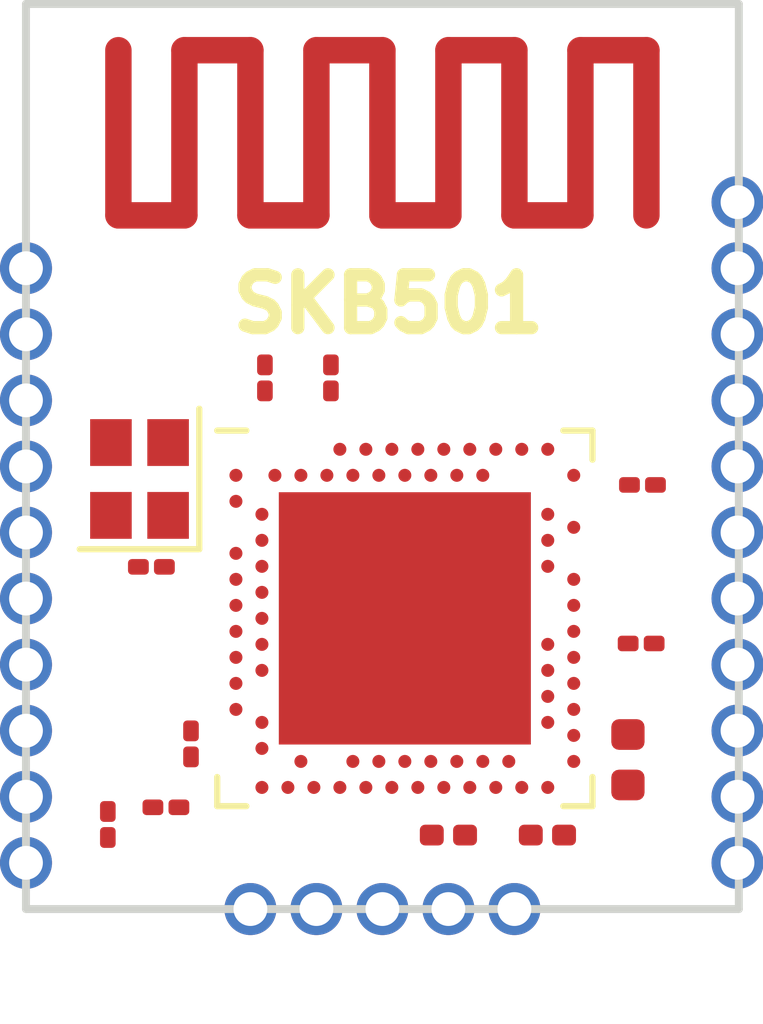
<source format=kicad_pcb>
(kicad_pcb (version 20171130) (host pcbnew 5.1.5-52549c5~84~ubuntu18.04.1)

  (general
    (thickness 1.6)
    (drawings 5)
    (tracks 17)
    (zones 0)
    (modules 16)
    (nets 1)
  )

  (page USLetter)
  (title_block
    (title "Project Title")
  )

  (layers
    (0 F.Cu signal)
    (31 B.Cu signal)
    (34 B.Paste user)
    (35 F.Paste user)
    (36 B.SilkS user)
    (37 F.SilkS user)
    (38 B.Mask user)
    (39 F.Mask user)
    (40 Dwgs.User user)
    (44 Edge.Cuts user)
    (46 B.CrtYd user)
    (47 F.CrtYd user)
    (48 B.Fab user)
    (49 F.Fab user)
  )

  (setup
    (last_trace_width 0.254)
    (user_trace_width 0.1524)
    (user_trace_width 0.254)
    (user_trace_width 0.3302)
    (user_trace_width 0.508)
    (user_trace_width 0.762)
    (user_trace_width 1.27)
    (trace_clearance 0.254)
    (zone_clearance 0.508)
    (zone_45_only no)
    (trace_min 0.1524)
    (via_size 0.6858)
    (via_drill 0.3302)
    (via_min_size 0.6858)
    (via_min_drill 0.3302)
    (user_via 0.6858 0.3302)
    (user_via 0.762 0.4064)
    (user_via 0.8636 0.508)
    (uvia_size 0.6858)
    (uvia_drill 0.3302)
    (uvias_allowed no)
    (uvia_min_size 0)
    (uvia_min_drill 0)
    (edge_width 0.1524)
    (segment_width 0.1524)
    (pcb_text_width 0.1524)
    (pcb_text_size 1.016 1.016)
    (mod_edge_width 0.1524)
    (mod_text_size 1.016 1.016)
    (mod_text_width 0.1524)
    (pad_size 1.524 1.524)
    (pad_drill 0.762)
    (pad_to_mask_clearance 0.0762)
    (solder_mask_min_width 0.1016)
    (pad_to_paste_clearance -0.0762)
    (aux_axis_origin 0 0)
    (visible_elements FFFEDF7D)
    (pcbplotparams
      (layerselection 0x310fc_80000001)
      (usegerberextensions true)
      (usegerberattributes false)
      (usegerberadvancedattributes false)
      (creategerberjobfile false)
      (excludeedgelayer true)
      (linewidth 0.100000)
      (plotframeref false)
      (viasonmask false)
      (mode 1)
      (useauxorigin false)
      (hpglpennumber 1)
      (hpglpenspeed 20)
      (hpglpendiameter 15.000000)
      (psnegative false)
      (psa4output false)
      (plotreference true)
      (plotvalue true)
      (plotinvisibletext false)
      (padsonsilk false)
      (subtractmaskfromsilk false)
      (outputformat 1)
      (mirror false)
      (drillshape 0)
      (scaleselection 1)
      (outputdirectory "gerbers"))
  )

  (net 0 "")

  (net_class Default "This is the default net class."
    (clearance 0.254)
    (trace_width 0.254)
    (via_dia 0.6858)
    (via_drill 0.3302)
    (uvia_dia 0.6858)
    (uvia_drill 0.3302)
  )

  (module Nordic_Module_SKB501:PinHeader_1x05_P1.27mm_Vertical (layer F.Cu) (tedit 5E1650B9) (tstamp 5E169A9B)
    (at 140.97 95.885 90)
    (descr "Through hole straight pin header, 1x05, 1.27mm pitch, single row")
    (tags "Through hole pin header THT 1x05 1.27mm single row")
    (fp_text reference REF** (at 0 -1.695 90) (layer F.Fab) hide
      (effects (font (size 1 1) (thickness 0.15)))
    )
    (fp_text value PinHeader_1x05_P1.27 (at 0.0762 9.1186 90) (layer F.Fab) hide
      (effects (font (size 1 1) (thickness 0.15)))
    )
    (fp_text user %R (at 0.0508 -1.7018 270) (layer F.Fab)
      (effects (font (size 1 1) (thickness 0.15)))
    )
    (pad 1 thru_hole circle (at 0 0 90) (size 1 1) (drill 0.65) (layers *.Cu *.Mask))
    (pad 2 thru_hole oval (at 0 1.27 90) (size 1 1) (drill 0.65) (layers *.Cu *.Mask))
    (pad 3 thru_hole oval (at 0 2.54 90) (size 1 1) (drill 0.65) (layers *.Cu *.Mask))
    (pad 4 thru_hole oval (at 0 3.81 90) (size 1 1) (drill 0.65) (layers *.Cu *.Mask))
    (pad 5 thru_hole oval (at 0 5.08 90) (size 1 1) (drill 0.65) (layers *.Cu *.Mask))
  )

  (module Nordic_Module_SKB501:PinHeader_1x11_P1.27mm_Vertical (layer F.Cu) (tedit 5E1650D6) (tstamp 5E16B3BD)
    (at 150.3426 82.296)
    (descr "Through hole straight pin header, 1x11, 1.27mm pitch, single row")
    (tags "Through hole pin header THT 1x11 1.27mm single row")
    (fp_text reference REF** (at 0 -1.695) (layer F.Fab) hide
      (effects (font (size 1 1) (thickness 0.15)))
    )
    (fp_text value 1x11 (at 0 14.395) (layer F.Fab) hide
      (effects (font (size 1 1) (thickness 0.15)))
    )
    (fp_text user %R (at 0 -1.7018 180) (layer F.Fab) hide
      (effects (font (size 1 1) (thickness 0.15)))
    )
    (pad 1 thru_hole circle (at 0 0) (size 1 1) (drill 0.65) (layers *.Cu *.Mask))
    (pad 2 thru_hole oval (at 0 1.27) (size 1 1) (drill 0.65) (layers *.Cu *.Mask))
    (pad 3 thru_hole oval (at 0 2.54) (size 1 1) (drill 0.65) (layers *.Cu *.Mask))
    (pad 4 thru_hole oval (at 0 3.81) (size 1 1) (drill 0.65) (layers *.Cu *.Mask))
    (pad 5 thru_hole oval (at 0 5.08) (size 1 1) (drill 0.65) (layers *.Cu *.Mask))
    (pad 6 thru_hole oval (at 0 6.35) (size 1 1) (drill 0.65) (layers *.Cu *.Mask))
    (pad 7 thru_hole oval (at 0 7.62) (size 1 1) (drill 0.65) (layers *.Cu *.Mask))
    (pad 8 thru_hole oval (at 0 8.89) (size 1 1) (drill 0.65) (layers *.Cu *.Mask))
    (pad 9 thru_hole oval (at 0 10.16) (size 1 1) (drill 0.65) (layers *.Cu *.Mask))
    (pad 10 thru_hole oval (at 0 11.43) (size 1 1) (drill 0.65) (layers *.Cu *.Mask))
    (pad 11 thru_hole oval (at 0 12.7) (size 1 1) (drill 0.65) (layers *.Cu *.Mask))
  )

  (module Nordic_Module_SKB501:PinHeader_1x10_P1.27mm_Vertical (layer F.Cu) (tedit 5E1650CB) (tstamp 5E16B234)
    (at 136.652 83.566)
    (descr "Through hole straight pin header, 1x10, 1.27mm pitch, single row")
    (tags "Through hole pin header THT 1x10 1.27mm single row")
    (fp_text reference REF** (at 0 -1.695) (layer F.Fab) hide
      (effects (font (size 1 1) (thickness 0.15)))
    )
    (fp_text value 1x10 (at 0 13.125) (layer F.Fab) hide
      (effects (font (size 1 1) (thickness 0.15)))
    )
    (fp_text user %R (at 0 5.715 90) (layer F.Fab) hide
      (effects (font (size 1 1) (thickness 0.15)))
    )
    (pad 1 thru_hole circle (at 0 0) (size 1 1) (drill 0.65) (layers *.Cu *.Mask))
    (pad 2 thru_hole oval (at 0 1.27) (size 1 1) (drill 0.65) (layers *.Cu *.Mask))
    (pad 3 thru_hole oval (at 0 2.54) (size 1 1) (drill 0.65) (layers *.Cu *.Mask))
    (pad 4 thru_hole oval (at 0 3.81) (size 1 1) (drill 0.65) (layers *.Cu *.Mask))
    (pad 5 thru_hole oval (at 0 5.08) (size 1 1) (drill 0.65) (layers *.Cu *.Mask))
    (pad 6 thru_hole oval (at 0 6.35) (size 1 1) (drill 0.65) (layers *.Cu *.Mask))
    (pad 7 thru_hole oval (at 0 7.62) (size 1 1) (drill 0.65) (layers *.Cu *.Mask))
    (pad 8 thru_hole oval (at 0 8.89) (size 1 1) (drill 0.65) (layers *.Cu *.Mask))
    (pad 9 thru_hole oval (at 0 10.16) (size 1 1) (drill 0.65) (layers *.Cu *.Mask))
    (pad 10 thru_hole oval (at 0 11.43) (size 1 1) (drill 0.65) (layers *.Cu *.Mask))
  )

  (module Capacitor_SMD:C_01005_0402Metric (layer F.Cu) (tedit 5B301BBE) (tstamp 5E16BA77)
    (at 139.3444 93.9292 180)
    (descr "Capacitor SMD 01005 (0402 Metric), square (rectangular) end terminal, IPC_7351 nominal, (Body size source: http://www.vishay.com/docs/20056/crcw01005e3.pdf), generated with kicad-footprint-generator")
    (tags capacitor)
    (attr smd)
    (fp_text reference REF** (at 0 -1) (layer F.Fab) hide
      (effects (font (size 1 1) (thickness 0.15)))
    )
    (fp_text value C_01005_0402Metric (at 0.2 -0.1) (layer F.Fab) hide
      (effects (font (size 1 1) (thickness 0.15)))
    )
    (fp_text user %R (at 0 -0.62) (layer F.Fab)
      (effects (font (size 0.25 0.25) (thickness 0.04)))
    )
    (fp_line (start 0.6 0.3) (end -0.6 0.3) (layer F.CrtYd) (width 0.05))
    (fp_line (start 0.6 -0.3) (end 0.6 0.3) (layer F.CrtYd) (width 0.05))
    (fp_line (start -0.6 -0.3) (end 0.6 -0.3) (layer F.CrtYd) (width 0.05))
    (fp_line (start -0.6 0.3) (end -0.6 -0.3) (layer F.CrtYd) (width 0.05))
    (fp_line (start 0.2 0.1) (end -0.2 0.1) (layer F.Fab) (width 0.1))
    (fp_line (start 0.2 -0.1) (end 0.2 0.1) (layer F.Fab) (width 0.1))
    (fp_line (start -0.2 -0.1) (end 0.2 -0.1) (layer F.Fab) (width 0.1))
    (fp_line (start -0.2 0.1) (end -0.2 -0.1) (layer F.Fab) (width 0.1))
    (pad 2 smd roundrect (at 0.25 0 180) (size 0.4 0.3) (layers F.Cu F.Mask) (roundrect_rratio 0.25))
    (pad 1 smd roundrect (at -0.25 0 180) (size 0.4 0.3) (layers F.Cu F.Mask) (roundrect_rratio 0.25))
    (pad "" smd roundrect (at 0.275 0 180) (size 0.27 0.27) (layers F.Paste) (roundrect_rratio 0.25))
    (pad "" smd roundrect (at -0.275 0 180) (size 0.27 0.27) (layers F.Paste) (roundrect_rratio 0.25))
    (model ${KISYS3DMOD}/Capacitor_SMD.3dshapes/C_01005_0402Metric.wrl
      (at (xyz 0 0 0))
      (scale (xyz 1 1 1))
      (rotate (xyz 0 0 0))
    )
  )

  (module Nordic_Module_SKB501:Crystal_SMD_2016-4Pin_2.0x1.6mm (layer F.Cu) (tedit 5E163D2C) (tstamp 5E16A125)
    (at 138.8364 87.6173 90)
    (descr "SMD Crystal SERIES SMD2016/4 http://www.q-crystal.com/upload/5/2015552223166229.pdf, 2.0x1.6mm^2 package")
    (tags "SMD SMT crystal")
    (attr smd)
    (fp_text reference REF** (at 0 -2 90) (layer F.Fab) hide
      (effects (font (size 1 1) (thickness 0.15)))
    )
    (fp_text value Crystal_SMD_2016-4Pin_2.0x1.6mm (at 0 2 90) (layer F.Fab) hide
      (effects (font (size 1 1) (thickness 0.15)))
    )
    (fp_text user %R (at 0 0 90) (layer F.Fab)
      (effects (font (size 0.5 0.5) (thickness 0.075)))
    )
    (fp_line (start -0.9 -0.8) (end 0.9 -0.8) (layer F.Fab) (width 0.1))
    (fp_line (start 0.9 -0.8) (end 1 -0.7) (layer F.Fab) (width 0.1))
    (fp_line (start 1 -0.7) (end 1 0.7) (layer F.Fab) (width 0.1))
    (fp_line (start 1 0.7) (end 0.9 0.8) (layer F.Fab) (width 0.1))
    (fp_line (start 0.9 0.8) (end -0.9 0.8) (layer F.Fab) (width 0.1))
    (fp_line (start -0.9 0.8) (end -1 0.7) (layer F.Fab) (width 0.1))
    (fp_line (start -1 0.7) (end -1 -0.7) (layer F.Fab) (width 0.1))
    (fp_line (start -1 -0.7) (end -0.9 -0.8) (layer F.Fab) (width 0.1))
    (fp_line (start -1 0.3) (end -0.5 0.8) (layer F.Fab) (width 0.1))
    (fp_line (start -1.35 -1.15) (end -1.35 1.15) (layer F.SilkS) (width 0.12))
    (fp_line (start -1.35 1.15) (end 1.35 1.15) (layer F.SilkS) (width 0.12))
    (fp_line (start -1.4 -1.3) (end -1.4 1.3) (layer F.CrtYd) (width 0.05))
    (fp_line (start -1.4 1.3) (end 1.4 1.3) (layer F.CrtYd) (width 0.05))
    (fp_line (start 1.4 1.3) (end 1.4 -1.3) (layer F.CrtYd) (width 0.05))
    (fp_line (start 1.4 -1.3) (end -1.4 -1.3) (layer F.CrtYd) (width 0.05))
    (pad 1 smd rect (at -0.7 0.55 90) (size 0.9 0.8) (layers F.Cu F.Paste F.Mask))
    (pad 2 smd rect (at 0.7 0.55 90) (size 0.9 0.8) (layers F.Cu F.Paste F.Mask))
    (pad 3 smd rect (at 0.7 -0.55 90) (size 0.9 0.8) (layers F.Cu F.Paste F.Mask))
    (pad 4 smd rect (at -0.7 -0.55 90) (size 0.9 0.8) (layers F.Cu F.Paste F.Mask))
    (model ${KISYS3DMOD}/Crystal.3dshapes/Crystal_SMD_EuroQuartz_MT-4Pin_3.2x2.5mm_HandSoldering.wrl
      (at (xyz 0 0 0))
      (scale (xyz 0.8 0.8 1))
      (rotate (xyz 0 0 0))
    )
  )

  (module Nordic_Module_SKB501:Nordic_AQFN-73-1EP_7x7mm_P0.5mm (layer F.Cu) (tedit 5A55E2FA) (tstamp 5E16CDAD)
    (at 143.9418 90.297)
    (descr http://infocenter.nordicsemi.com/index.jsp?topic=%2Fcom.nordic.infocenter.nrf52%2Fdita%2Fnrf52%2Fchips%2Fnrf52840.html)
    (tags "AQFN 7mm ")
    (attr smd)
    (fp_text reference REF** (at 0 -4.5) (layer F.Fab) hide
      (effects (font (size 1 1) (thickness 0.15)))
    )
    (fp_text value Nordic_AQFN-73-1EP_7x7mm_P0.5mm (at 0 12.7) (layer F.Fab) hide
      (effects (font (size 1 1) (thickness 0.15)))
    )
    (fp_text user %R (at 0 0) (layer F.Fab)
      (effects (font (size 1 1) (thickness 0.15)))
    )
    (fp_line (start 3.81 -3.81) (end 3.81 3.81) (layer F.CrtYd) (width 0.05))
    (fp_line (start 3.81 3.81) (end -3.81 3.81) (layer F.CrtYd) (width 0.05))
    (fp_line (start -3.81 3.81) (end -3.81 -3.81) (layer F.CrtYd) (width 0.05))
    (fp_line (start -3.81 -3.81) (end 3.81 -3.81) (layer F.CrtYd) (width 0.05))
    (fp_line (start -3.61 -3.61) (end -3.05 -3.61) (layer F.SilkS) (width 0.12))
    (fp_line (start -3.61 3.61) (end -3.61 3.05) (layer F.SilkS) (width 0.12))
    (fp_line (start -3.61 3.61) (end -3.05 3.61) (layer F.SilkS) (width 0.12))
    (fp_line (start 3.61 3.61) (end 3.05 3.61) (layer F.SilkS) (width 0.12))
    (fp_line (start 3.61 3.61) (end 3.61 3.05) (layer F.SilkS) (width 0.12))
    (fp_line (start 3.61 -3.61) (end 3.61 -3.05) (layer F.SilkS) (width 0.12))
    (fp_line (start 3.61 -3.61) (end 3.05 -3.61) (layer F.SilkS) (width 0.12))
    (fp_line (start -3.5 -3) (end -3 -3.5) (layer F.Fab) (width 0.1))
    (fp_line (start 3.5 -3.5) (end 3.5 3.5) (layer F.Fab) (width 0.1))
    (fp_line (start -3.5 3.5) (end 3.5 3.5) (layer F.Fab) (width 0.1))
    (fp_line (start -3.5 -3) (end -3.5 3.5) (layer F.Fab) (width 0.1))
    (fp_line (start -3 -3.5) (end 3.5 -3.5) (layer F.Fab) (width 0.1))
    (pad "" smd rect (at 1.2125 1.2125 180) (size 2 2) (layers F.Paste))
    (pad "" smd rect (at -1.2125 1.2125 180) (size 2 2) (layers F.Paste))
    (pad "" smd rect (at 1.2125 -1.2125 180) (size 2 2) (layers F.Paste))
    (pad "" smd rect (at -1.2125 -1.2125 180) (size 2 2) (layers F.Paste))
    (pad EP smd rect (at 0 0 180) (size 4.85 4.85) (layers F.Cu F.Mask))
    (pad B24 smd circle (at 3.25 -2.75 180) (size 0.25 0.25) (layers F.Cu F.Paste F.Mask))
    (pad D23 smd circle (at 2.75 -2 180) (size 0.25 0.25) (layers F.Cu F.Paste F.Mask))
    (pad A8 smd circle (at -1.25 -3.25 180) (size 0.25 0.25) (layers F.Cu F.Paste F.Mask))
    (pad B3 smd circle (at -2.5 -2.75 180) (size 0.25 0.25) (layers F.Cu F.Paste F.Mask))
    (pad AC21 smd circle (at 2 2.75 180) (size 0.25 0.25) (layers F.Cu F.Paste F.Mask))
    (pad AD23 smd circle (at 2.75 3.25 180) (size 0.25 0.25) (layers F.Cu F.Paste F.Mask))
    (pad AD2 smd circle (at -2.75 3.25 180) (size 0.25 0.25) (layers F.Cu F.Paste F.Mask))
    (pad AB2 smd circle (at -2.75 2.5 180) (size 0.25 0.25) (layers F.Cu F.Paste F.Mask))
    (pad Y2 smd circle (at -2.75 2 180) (size 0.25 0.25) (layers F.Cu F.Paste F.Mask))
    (pad W1 smd circle (at -3.25 1.75 180) (size 0.25 0.25) (layers F.Cu F.Paste F.Mask))
    (pad U1 smd circle (at -3.25 1.25 180) (size 0.25 0.25) (layers F.Cu F.Paste F.Mask))
    (pad R1 smd circle (at -3.25 0.75 180) (size 0.25 0.25) (layers F.Cu F.Paste F.Mask))
    (pad N1 smd circle (at -3.25 0.25 180) (size 0.25 0.25) (layers F.Cu F.Paste F.Mask))
    (pad L1 smd circle (at -3.25 -0.25 180) (size 0.25 0.25) (layers F.Cu F.Paste F.Mask))
    (pad J1 smd circle (at -3.25 -0.75 180) (size 0.25 0.25) (layers F.Cu F.Paste F.Mask))
    (pad G1 smd circle (at -3.25 -1.25 180) (size 0.25 0.25) (layers F.Cu F.Paste F.Mask))
    (pad T2 smd circle (at -2.75 1 180) (size 0.25 0.25) (layers F.Cu F.Paste F.Mask))
    (pad P2 smd circle (at -2.75 0.5 180) (size 0.25 0.25) (layers F.Cu F.Paste F.Mask))
    (pad M2 smd circle (at -2.75 0 180) (size 0.25 0.25) (layers F.Cu F.Paste F.Mask))
    (pad K2 smd circle (at -2.75 -0.5 180) (size 0.25 0.25) (layers F.Cu F.Paste F.Mask))
    (pad H2 smd circle (at -2.75 -1 180) (size 0.25 0.25) (layers F.Cu F.Paste F.Mask))
    (pad F2 smd circle (at -2.75 -1.5 180) (size 0.25 0.25) (layers F.Cu F.Paste F.Mask))
    (pad C1 smd circle (at -3.25 -2.25 180) (size 0.25 0.25) (layers F.Cu F.Paste F.Mask))
    (pad D2 smd circle (at -2.75 -2 180) (size 0.25 0.25) (layers F.Cu F.Paste F.Mask))
    (pad B1 smd circle (at -3.25 -2.75 180) (size 0.25 0.25) (layers F.Cu F.Paste F.Mask))
    (pad AD4 smd circle (at -2.25 3.25 180) (size 0.25 0.25) (layers F.Cu F.Paste F.Mask))
    (pad AD6 smd circle (at -1.75 3.25 180) (size 0.25 0.25) (layers F.Cu F.Paste F.Mask))
    (pad AD8 smd circle (at -1.25 3.25 180) (size 0.25 0.25) (layers F.Cu F.Paste F.Mask))
    (pad AD10 smd circle (at -0.75 3.25 180) (size 0.25 0.25) (layers F.Cu F.Paste F.Mask))
    (pad AD12 smd circle (at -0.25 3.25 180) (size 0.25 0.25) (layers F.Cu F.Paste F.Mask))
    (pad AD14 smd circle (at 0.25 3.25 180) (size 0.25 0.25) (layers F.Cu F.Paste F.Mask))
    (pad AD16 smd circle (at 0.75 3.25 180) (size 0.25 0.25) (layers F.Cu F.Paste F.Mask))
    (pad AD18 smd circle (at 1.25 3.25 180) (size 0.25 0.25) (layers F.Cu F.Paste F.Mask))
    (pad AD20 smd circle (at 1.75 3.25 180) (size 0.25 0.25) (layers F.Cu F.Paste F.Mask))
    (pad AD22 smd circle (at 2.25 3.25 180) (size 0.25 0.25) (layers F.Cu F.Paste F.Mask))
    (pad AC19 smd circle (at 1.5 2.75 180) (size 0.25 0.25) (layers F.Cu F.Paste F.Mask))
    (pad AC17 smd circle (at 1 2.75 180) (size 0.25 0.25) (layers F.Cu F.Paste F.Mask))
    (pad AC15 smd circle (at 0.5 2.75 180) (size 0.25 0.25) (layers F.Cu F.Paste F.Mask))
    (pad AC13 smd circle (at 0 2.75 180) (size 0.25 0.25) (layers F.Cu F.Paste F.Mask))
    (pad AC11 smd circle (at -0.5 2.75 180) (size 0.25 0.25) (layers F.Cu F.Paste F.Mask))
    (pad AC9 smd circle (at -1 2.75 180) (size 0.25 0.25) (layers F.Cu F.Paste F.Mask))
    (pad AC5 smd circle (at -2 2.75 180) (size 0.25 0.25) (layers F.Cu F.Paste F.Mask))
    (pad B5 smd circle (at -2 -2.75 180) (size 0.25 0.25) (layers F.Cu F.Paste F.Mask))
    (pad B7 smd circle (at -1.5 -2.75 180) (size 0.25 0.25) (layers F.Cu F.Paste F.Mask))
    (pad B9 smd circle (at -1 -2.75 180) (size 0.25 0.25) (layers F.Cu F.Paste F.Mask))
    (pad B11 smd circle (at -0.5 -2.75 180) (size 0.25 0.25) (layers F.Cu F.Paste F.Mask))
    (pad B13 smd circle (at 0 -2.75 180) (size 0.25 0.25) (layers F.Cu F.Paste F.Mask))
    (pad B15 smd circle (at 0.5 -2.75 180) (size 0.25 0.25) (layers F.Cu F.Paste F.Mask))
    (pad B17 smd circle (at 1 -2.75 180) (size 0.25 0.25) (layers F.Cu F.Paste F.Mask))
    (pad B19 smd circle (at 1.5 -2.75 180) (size 0.25 0.25) (layers F.Cu F.Paste F.Mask))
    (pad A10 smd circle (at -0.75 -3.25 180) (size 0.25 0.25) (layers F.Cu F.Paste F.Mask))
    (pad A12 smd circle (at -0.25 -3.25 180) (size 0.25 0.25) (layers F.Cu F.Paste F.Mask))
    (pad A14 smd circle (at 0.25 -3.25 180) (size 0.25 0.25) (layers F.Cu F.Paste F.Mask))
    (pad A16 smd circle (at 0.75 -3.25 180) (size 0.25 0.25) (layers F.Cu F.Paste F.Mask))
    (pad A18 smd circle (at 1.25 -3.25 180) (size 0.25 0.25) (layers F.Cu F.Paste F.Mask))
    (pad A20 smd circle (at 1.75 -3.25 180) (size 0.25 0.25) (layers F.Cu F.Paste F.Mask))
    (pad A22 smd circle (at 2.25 -3.25 180) (size 0.25 0.25) (layers F.Cu F.Paste F.Mask))
    (pad A23 smd circle (at 2.75 -3.25 180) (size 0.25 0.25) (layers F.Cu F.Paste F.Mask))
    (pad F23 smd circle (at 2.75 -1.5 180) (size 0.25 0.25) (layers F.Cu F.Paste F.Mask))
    (pad H23 smd circle (at 2.75 -1 180) (size 0.25 0.25) (layers F.Cu F.Paste F.Mask))
    (pad P23 smd circle (at 2.75 0.5 180) (size 0.25 0.25) (layers F.Cu F.Paste F.Mask))
    (pad T23 smd circle (at 2.75 1 180) (size 0.25 0.25) (layers F.Cu F.Paste F.Mask))
    (pad V23 smd circle (at 2.75 1.5 180) (size 0.25 0.25) (layers F.Cu F.Paste F.Mask))
    (pad Y23 smd circle (at 2.75 2 180) (size 0.25 0.25) (layers F.Cu F.Paste F.Mask))
    (pad E24 smd circle (at 3.25 -1.75 180) (size 0.25 0.25) (layers F.Cu F.Paste F.Mask))
    (pad J24 smd circle (at 3.25 -0.75 180) (size 0.25 0.25) (layers F.Cu F.Paste F.Mask))
    (pad L24 smd circle (at 3.25 -0.25 180) (size 0.25 0.25) (layers F.Cu F.Paste F.Mask))
    (pad N24 smd circle (at 3.25 0.25 180) (size 0.25 0.25) (layers F.Cu F.Paste F.Mask))
    (pad R24 smd circle (at 3.25 0.75 180) (size 0.25 0.25) (layers F.Cu F.Paste F.Mask))
    (pad U24 smd circle (at 3.25 1.25 180) (size 0.25 0.25) (layers F.Cu F.Paste F.Mask))
    (pad W24 smd circle (at 3.25 1.75 180) (size 0.25 0.25) (layers F.Cu F.Paste F.Mask))
    (pad AA24 smd circle (at 3.25 2.25 180) (size 0.25 0.25) (layers F.Cu F.Paste F.Mask))
    (pad AC24 smd circle (at 3.25 2.75 180) (size 0.25 0.25) (layers F.Cu F.Paste F.Mask))
    (model ${KISYS3DMOD}/Package_DFN_QFN.3dshapes/Nordic_AQFN-73-1EP_7x7mm_P0.5mm.wrl
      (at (xyz 0 0 0))
      (scale (xyz 1 1 1))
      (rotate (xyz 0 0 0))
    )
  )

  (module Capacitor_SMD:C_01005_0402Metric (layer F.Cu) (tedit 5B301BBE) (tstamp 5E16C52B)
    (at 139.065 89.3064 180)
    (descr "Capacitor SMD 01005 (0402 Metric), square (rectangular) end terminal, IPC_7351 nominal, (Body size source: http://www.vishay.com/docs/20056/crcw01005e3.pdf), generated with kicad-footprint-generator")
    (tags capacitor)
    (attr smd)
    (fp_text reference REF** (at 0 -1) (layer F.Fab) hide
      (effects (font (size 1 1) (thickness 0.15)))
    )
    (fp_text value C_01005_0402Metric (at 0.2 -0.1) (layer F.Fab) hide
      (effects (font (size 1 1) (thickness 0.15)))
    )
    (fp_text user %R (at 0 -0.62) (layer F.Fab)
      (effects (font (size 0.25 0.25) (thickness 0.04)))
    )
    (fp_line (start 0.6 0.3) (end -0.6 0.3) (layer F.CrtYd) (width 0.05))
    (fp_line (start 0.6 -0.3) (end 0.6 0.3) (layer F.CrtYd) (width 0.05))
    (fp_line (start -0.6 -0.3) (end 0.6 -0.3) (layer F.CrtYd) (width 0.05))
    (fp_line (start -0.6 0.3) (end -0.6 -0.3) (layer F.CrtYd) (width 0.05))
    (fp_line (start 0.2 0.1) (end -0.2 0.1) (layer F.Fab) (width 0.1))
    (fp_line (start 0.2 -0.1) (end 0.2 0.1) (layer F.Fab) (width 0.1))
    (fp_line (start -0.2 -0.1) (end 0.2 -0.1) (layer F.Fab) (width 0.1))
    (fp_line (start -0.2 0.1) (end -0.2 -0.1) (layer F.Fab) (width 0.1))
    (pad 2 smd roundrect (at 0.25 0 180) (size 0.4 0.3) (layers F.Cu F.Mask) (roundrect_rratio 0.25))
    (pad 1 smd roundrect (at -0.25 0 180) (size 0.4 0.3) (layers F.Cu F.Mask) (roundrect_rratio 0.25))
    (pad "" smd roundrect (at 0.275 0 180) (size 0.27 0.27) (layers F.Paste) (roundrect_rratio 0.25))
    (pad "" smd roundrect (at -0.275 0 180) (size 0.27 0.27) (layers F.Paste) (roundrect_rratio 0.25))
    (model ${KISYS3DMOD}/Capacitor_SMD.3dshapes/C_01005_0402Metric.wrl
      (at (xyz 0 0 0))
      (scale (xyz 1 1 1))
      (rotate (xyz 0 0 0))
    )
  )

  (module Capacitor_SMD:C_01005_0402Metric (layer F.Cu) (tedit 5B301BBE) (tstamp 5E16C0D5)
    (at 148.4884 90.7796 180)
    (descr "Capacitor SMD 01005 (0402 Metric), square (rectangular) end terminal, IPC_7351 nominal, (Body size source: http://www.vishay.com/docs/20056/crcw01005e3.pdf), generated with kicad-footprint-generator")
    (tags capacitor)
    (attr smd)
    (fp_text reference REF** (at 0 -1) (layer F.Fab) hide
      (effects (font (size 1 1) (thickness 0.15)))
    )
    (fp_text value C_01005_0402Metric (at 0.2 -0.1) (layer F.Fab) hide
      (effects (font (size 1 1) (thickness 0.15)))
    )
    (fp_line (start -0.2 0.1) (end -0.2 -0.1) (layer F.Fab) (width 0.1))
    (fp_line (start -0.2 -0.1) (end 0.2 -0.1) (layer F.Fab) (width 0.1))
    (fp_line (start 0.2 -0.1) (end 0.2 0.1) (layer F.Fab) (width 0.1))
    (fp_line (start 0.2 0.1) (end -0.2 0.1) (layer F.Fab) (width 0.1))
    (fp_line (start -0.6 0.3) (end -0.6 -0.3) (layer F.CrtYd) (width 0.05))
    (fp_line (start -0.6 -0.3) (end 0.6 -0.3) (layer F.CrtYd) (width 0.05))
    (fp_line (start 0.6 -0.3) (end 0.6 0.3) (layer F.CrtYd) (width 0.05))
    (fp_line (start 0.6 0.3) (end -0.6 0.3) (layer F.CrtYd) (width 0.05))
    (fp_text user %R (at 0 -0.62) (layer F.Fab)
      (effects (font (size 0.25 0.25) (thickness 0.04)))
    )
    (pad "" smd roundrect (at -0.275 0 180) (size 0.27 0.27) (layers F.Paste) (roundrect_rratio 0.25))
    (pad "" smd roundrect (at 0.275 0 180) (size 0.27 0.27) (layers F.Paste) (roundrect_rratio 0.25))
    (pad 1 smd roundrect (at -0.25 0 180) (size 0.4 0.3) (layers F.Cu F.Mask) (roundrect_rratio 0.25))
    (pad 2 smd roundrect (at 0.25 0 180) (size 0.4 0.3) (layers F.Cu F.Mask) (roundrect_rratio 0.25))
    (model ${KISYS3DMOD}/Capacitor_SMD.3dshapes/C_01005_0402Metric.wrl
      (at (xyz 0 0 0))
      (scale (xyz 1 1 1))
      (rotate (xyz 0 0 0))
    )
  )

  (module Capacitor_SMD:C_01005_0402Metric (layer F.Cu) (tedit 5B301BBE) (tstamp 5E16C0B5)
    (at 148.5138 87.7316 180)
    (descr "Capacitor SMD 01005 (0402 Metric), square (rectangular) end terminal, IPC_7351 nominal, (Body size source: http://www.vishay.com/docs/20056/crcw01005e3.pdf), generated with kicad-footprint-generator")
    (tags capacitor)
    (attr smd)
    (fp_text reference REF** (at 0 -1) (layer F.Fab) hide
      (effects (font (size 1 1) (thickness 0.15)))
    )
    (fp_text value C_01005_0402Metric (at 0.2 -0.1) (layer F.Fab) hide
      (effects (font (size 1 1) (thickness 0.15)))
    )
    (fp_text user %R (at 0 -0.62) (layer F.Fab)
      (effects (font (size 0.25 0.25) (thickness 0.04)))
    )
    (fp_line (start 0.6 0.3) (end -0.6 0.3) (layer F.CrtYd) (width 0.05))
    (fp_line (start 0.6 -0.3) (end 0.6 0.3) (layer F.CrtYd) (width 0.05))
    (fp_line (start -0.6 -0.3) (end 0.6 -0.3) (layer F.CrtYd) (width 0.05))
    (fp_line (start -0.6 0.3) (end -0.6 -0.3) (layer F.CrtYd) (width 0.05))
    (fp_line (start 0.2 0.1) (end -0.2 0.1) (layer F.Fab) (width 0.1))
    (fp_line (start 0.2 -0.1) (end 0.2 0.1) (layer F.Fab) (width 0.1))
    (fp_line (start -0.2 -0.1) (end 0.2 -0.1) (layer F.Fab) (width 0.1))
    (fp_line (start -0.2 0.1) (end -0.2 -0.1) (layer F.Fab) (width 0.1))
    (pad 2 smd roundrect (at 0.25 0 180) (size 0.4 0.3) (layers F.Cu F.Mask) (roundrect_rratio 0.25))
    (pad 1 smd roundrect (at -0.25 0 180) (size 0.4 0.3) (layers F.Cu F.Mask) (roundrect_rratio 0.25))
    (pad "" smd roundrect (at 0.275 0 180) (size 0.27 0.27) (layers F.Paste) (roundrect_rratio 0.25))
    (pad "" smd roundrect (at -0.275 0 180) (size 0.27 0.27) (layers F.Paste) (roundrect_rratio 0.25))
    (model ${KISYS3DMOD}/Capacitor_SMD.3dshapes/C_01005_0402Metric.wrl
      (at (xyz 0 0 0))
      (scale (xyz 1 1 1))
      (rotate (xyz 0 0 0))
    )
  )

  (module Capacitor_SMD:C_01005_0402Metric (layer F.Cu) (tedit 5B301BBE) (tstamp 5E16B329)
    (at 142.5194 85.6742 90)
    (descr "Capacitor SMD 01005 (0402 Metric), square (rectangular) end terminal, IPC_7351 nominal, (Body size source: http://www.vishay.com/docs/20056/crcw01005e3.pdf), generated with kicad-footprint-generator")
    (tags capacitor)
    (attr smd)
    (fp_text reference REF** (at 0 -1 90) (layer F.Fab) hide
      (effects (font (size 1 1) (thickness 0.15)))
    )
    (fp_text value C_01005_0402Metric (at 0.2 -0.1 90) (layer F.Fab) hide
      (effects (font (size 1 1) (thickness 0.15)))
    )
    (fp_line (start -0.2 0.1) (end -0.2 -0.1) (layer F.Fab) (width 0.1))
    (fp_line (start -0.2 -0.1) (end 0.2 -0.1) (layer F.Fab) (width 0.1))
    (fp_line (start 0.2 -0.1) (end 0.2 0.1) (layer F.Fab) (width 0.1))
    (fp_line (start 0.2 0.1) (end -0.2 0.1) (layer F.Fab) (width 0.1))
    (fp_line (start -0.6 0.3) (end -0.6 -0.3) (layer F.CrtYd) (width 0.05))
    (fp_line (start -0.6 -0.3) (end 0.6 -0.3) (layer F.CrtYd) (width 0.05))
    (fp_line (start 0.6 -0.3) (end 0.6 0.3) (layer F.CrtYd) (width 0.05))
    (fp_line (start 0.6 0.3) (end -0.6 0.3) (layer F.CrtYd) (width 0.05))
    (fp_text user %R (at 0 -0.62 90) (layer F.Fab)
      (effects (font (size 0.25 0.25) (thickness 0.04)))
    )
    (pad "" smd roundrect (at -0.275 0 90) (size 0.27 0.27) (layers F.Paste) (roundrect_rratio 0.25))
    (pad "" smd roundrect (at 0.275 0 90) (size 0.27 0.27) (layers F.Paste) (roundrect_rratio 0.25))
    (pad 1 smd roundrect (at -0.25 0 90) (size 0.4 0.3) (layers F.Cu F.Mask) (roundrect_rratio 0.25))
    (pad 2 smd roundrect (at 0.25 0 90) (size 0.4 0.3) (layers F.Cu F.Mask) (roundrect_rratio 0.25))
    (model ${KISYS3DMOD}/Capacitor_SMD.3dshapes/C_01005_0402Metric.wrl
      (at (xyz 0 0 0))
      (scale (xyz 1 1 1))
      (rotate (xyz 0 0 0))
    )
  )

  (module Capacitor_SMD:C_01005_0402Metric (layer F.Cu) (tedit 5B301BBE) (tstamp 5E16B309)
    (at 141.2494 85.6742 90)
    (descr "Capacitor SMD 01005 (0402 Metric), square (rectangular) end terminal, IPC_7351 nominal, (Body size source: http://www.vishay.com/docs/20056/crcw01005e3.pdf), generated with kicad-footprint-generator")
    (tags capacitor)
    (attr smd)
    (fp_text reference REF** (at 0 -1 90) (layer F.Fab) hide
      (effects (font (size 1 1) (thickness 0.15)))
    )
    (fp_text value C_01005_0402Metric (at 0.2 -0.1 90) (layer F.Fab) hide
      (effects (font (size 1 1) (thickness 0.15)))
    )
    (fp_text user %R (at 0 -0.62 90) (layer F.Fab)
      (effects (font (size 0.25 0.25) (thickness 0.04)))
    )
    (fp_line (start 0.6 0.3) (end -0.6 0.3) (layer F.CrtYd) (width 0.05))
    (fp_line (start 0.6 -0.3) (end 0.6 0.3) (layer F.CrtYd) (width 0.05))
    (fp_line (start -0.6 -0.3) (end 0.6 -0.3) (layer F.CrtYd) (width 0.05))
    (fp_line (start -0.6 0.3) (end -0.6 -0.3) (layer F.CrtYd) (width 0.05))
    (fp_line (start 0.2 0.1) (end -0.2 0.1) (layer F.Fab) (width 0.1))
    (fp_line (start 0.2 -0.1) (end 0.2 0.1) (layer F.Fab) (width 0.1))
    (fp_line (start -0.2 -0.1) (end 0.2 -0.1) (layer F.Fab) (width 0.1))
    (fp_line (start -0.2 0.1) (end -0.2 -0.1) (layer F.Fab) (width 0.1))
    (pad 2 smd roundrect (at 0.25 0 90) (size 0.4 0.3) (layers F.Cu F.Mask) (roundrect_rratio 0.25))
    (pad 1 smd roundrect (at -0.25 0 90) (size 0.4 0.3) (layers F.Cu F.Mask) (roundrect_rratio 0.25))
    (pad "" smd roundrect (at 0.275 0 90) (size 0.27 0.27) (layers F.Paste) (roundrect_rratio 0.25))
    (pad "" smd roundrect (at -0.275 0 90) (size 0.27 0.27) (layers F.Paste) (roundrect_rratio 0.25))
    (model ${KISYS3DMOD}/Capacitor_SMD.3dshapes/C_01005_0402Metric.wrl
      (at (xyz 0 0 0))
      (scale (xyz 1 1 1))
      (rotate (xyz 0 0 0))
    )
  )

  (module Capacitor_SMD:C_01005_0402Metric (layer F.Cu) (tedit 5B301BBE) (tstamp 5E16B2E9)
    (at 138.2268 94.2594 90)
    (descr "Capacitor SMD 01005 (0402 Metric), square (rectangular) end terminal, IPC_7351 nominal, (Body size source: http://www.vishay.com/docs/20056/crcw01005e3.pdf), generated with kicad-footprint-generator")
    (tags capacitor)
    (attr smd)
    (fp_text reference REF** (at 0 -1 90) (layer F.Fab) hide
      (effects (font (size 1 1) (thickness 0.15)))
    )
    (fp_text value C_01005_0402Metric (at 0.2 -0.1 90) (layer F.Fab) hide
      (effects (font (size 1 1) (thickness 0.15)))
    )
    (fp_line (start -0.2 0.1) (end -0.2 -0.1) (layer F.Fab) (width 0.1))
    (fp_line (start -0.2 -0.1) (end 0.2 -0.1) (layer F.Fab) (width 0.1))
    (fp_line (start 0.2 -0.1) (end 0.2 0.1) (layer F.Fab) (width 0.1))
    (fp_line (start 0.2 0.1) (end -0.2 0.1) (layer F.Fab) (width 0.1))
    (fp_line (start -0.6 0.3) (end -0.6 -0.3) (layer F.CrtYd) (width 0.05))
    (fp_line (start -0.6 -0.3) (end 0.6 -0.3) (layer F.CrtYd) (width 0.05))
    (fp_line (start 0.6 -0.3) (end 0.6 0.3) (layer F.CrtYd) (width 0.05))
    (fp_line (start 0.6 0.3) (end -0.6 0.3) (layer F.CrtYd) (width 0.05))
    (fp_text user %R (at 0 -0.62 90) (layer F.Fab)
      (effects (font (size 0.25 0.25) (thickness 0.04)))
    )
    (pad "" smd roundrect (at -0.275 0 90) (size 0.27 0.27) (layers F.Paste) (roundrect_rratio 0.25))
    (pad "" smd roundrect (at 0.275 0 90) (size 0.27 0.27) (layers F.Paste) (roundrect_rratio 0.25))
    (pad 1 smd roundrect (at -0.25 0 90) (size 0.4 0.3) (layers F.Cu F.Mask) (roundrect_rratio 0.25))
    (pad 2 smd roundrect (at 0.25 0 90) (size 0.4 0.3) (layers F.Cu F.Mask) (roundrect_rratio 0.25))
    (model ${KISYS3DMOD}/Capacitor_SMD.3dshapes/C_01005_0402Metric.wrl
      (at (xyz 0 0 0))
      (scale (xyz 1 1 1))
      (rotate (xyz 0 0 0))
    )
  )

  (module Capacitor_SMD:C_01005_0402Metric (layer F.Cu) (tedit 5B301BBE) (tstamp 5E16B221)
    (at 139.827 92.71 90)
    (descr "Capacitor SMD 01005 (0402 Metric), square (rectangular) end terminal, IPC_7351 nominal, (Body size source: http://www.vishay.com/docs/20056/crcw01005e3.pdf), generated with kicad-footprint-generator")
    (tags capacitor)
    (attr smd)
    (fp_text reference REF** (at 0 -1 90) (layer F.Fab) hide
      (effects (font (size 1 1) (thickness 0.15)))
    )
    (fp_text value C_01005_0402Metric (at 0.2 -0.1 90) (layer F.Fab) hide
      (effects (font (size 1 1) (thickness 0.15)))
    )
    (fp_text user %R (at 0 -0.62 90) (layer F.Fab)
      (effects (font (size 0.25 0.25) (thickness 0.04)))
    )
    (fp_line (start 0.6 0.3) (end -0.6 0.3) (layer F.CrtYd) (width 0.05))
    (fp_line (start 0.6 -0.3) (end 0.6 0.3) (layer F.CrtYd) (width 0.05))
    (fp_line (start -0.6 -0.3) (end 0.6 -0.3) (layer F.CrtYd) (width 0.05))
    (fp_line (start -0.6 0.3) (end -0.6 -0.3) (layer F.CrtYd) (width 0.05))
    (fp_line (start 0.2 0.1) (end -0.2 0.1) (layer F.Fab) (width 0.1))
    (fp_line (start 0.2 -0.1) (end 0.2 0.1) (layer F.Fab) (width 0.1))
    (fp_line (start -0.2 -0.1) (end 0.2 -0.1) (layer F.Fab) (width 0.1))
    (fp_line (start -0.2 0.1) (end -0.2 -0.1) (layer F.Fab) (width 0.1))
    (pad 2 smd roundrect (at 0.25 0 90) (size 0.4 0.3) (layers F.Cu F.Mask) (roundrect_rratio 0.25))
    (pad 1 smd roundrect (at -0.25 0 90) (size 0.4 0.3) (layers F.Cu F.Mask) (roundrect_rratio 0.25))
    (pad "" smd roundrect (at 0.275 0 90) (size 0.27 0.27) (layers F.Paste) (roundrect_rratio 0.25))
    (pad "" smd roundrect (at -0.275 0 90) (size 0.27 0.27) (layers F.Paste) (roundrect_rratio 0.25))
    (model ${KISYS3DMOD}/Capacitor_SMD.3dshapes/C_01005_0402Metric.wrl
      (at (xyz 0 0 0))
      (scale (xyz 1 1 1))
      (rotate (xyz 0 0 0))
    )
  )

  (module Capacitor_SMD:C_0201_0603Metric (layer F.Cu) (tedit 5B301BBE) (tstamp 5E16B170)
    (at 144.78 94.4626)
    (descr "Capacitor SMD 0201 (0603 Metric), square (rectangular) end terminal, IPC_7351 nominal, (Body size source: https://www.vishay.com/docs/20052/crcw0201e3.pdf), generated with kicad-footprint-generator")
    (tags capacitor)
    (attr smd)
    (fp_text reference REF** (at 0 -1.05 90) (layer F.Fab) hide
      (effects (font (size 1 1) (thickness 0.15)))
    )
    (fp_text value C_0201_0603Metric (at 0 1.05) (layer F.Fab) hide
      (effects (font (size 1 1) (thickness 0.15)))
    )
    (fp_line (start -0.3 0.15) (end -0.3 -0.15) (layer F.Fab) (width 0.1))
    (fp_line (start -0.3 -0.15) (end 0.3 -0.15) (layer F.Fab) (width 0.1))
    (fp_line (start 0.3 -0.15) (end 0.3 0.15) (layer F.Fab) (width 0.1))
    (fp_line (start 0.3 0.15) (end -0.3 0.15) (layer F.Fab) (width 0.1))
    (fp_line (start -0.7 0.35) (end -0.7 -0.35) (layer F.CrtYd) (width 0.05))
    (fp_line (start -0.7 -0.35) (end 0.7 -0.35) (layer F.CrtYd) (width 0.05))
    (fp_line (start 0.7 -0.35) (end 0.7 0.35) (layer F.CrtYd) (width 0.05))
    (fp_line (start 0.7 0.35) (end -0.7 0.35) (layer F.CrtYd) (width 0.05))
    (fp_text user %R (at 0 -0.68) (layer F.Fab)
      (effects (font (size 0.25 0.25) (thickness 0.04)))
    )
    (pad "" smd roundrect (at -0.345 0) (size 0.318 0.36) (layers F.Paste) (roundrect_rratio 0.25))
    (pad "" smd roundrect (at 0.345 0) (size 0.318 0.36) (layers F.Paste) (roundrect_rratio 0.25))
    (pad 1 smd roundrect (at -0.32 0) (size 0.46 0.4) (layers F.Cu F.Mask) (roundrect_rratio 0.25))
    (pad 2 smd roundrect (at 0.32 0) (size 0.46 0.4) (layers F.Cu F.Mask) (roundrect_rratio 0.25))
    (model ${KISYS3DMOD}/Capacitor_SMD.3dshapes/C_0201_0603Metric.wrl
      (at (xyz 0 0 0))
      (scale (xyz 1 1 1))
      (rotate (xyz 0 0 0))
    )
  )

  (module Capacitor_SMD:C_0201_0603Metric (layer F.Cu) (tedit 5B301BBE) (tstamp 5E16B12C)
    (at 146.685 94.4626)
    (descr "Capacitor SMD 0201 (0603 Metric), square (rectangular) end terminal, IPC_7351 nominal, (Body size source: https://www.vishay.com/docs/20052/crcw0201e3.pdf), generated with kicad-footprint-generator")
    (tags capacitor)
    (attr smd)
    (fp_text reference REF** (at 0 -1.05 90) (layer F.Fab) hide
      (effects (font (size 1 1) (thickness 0.15)))
    )
    (fp_text value C_0201_0603Metric (at 0 1.05) (layer F.Fab) hide
      (effects (font (size 1 1) (thickness 0.15)))
    )
    (fp_text user %R (at 0 -0.68) (layer F.Fab)
      (effects (font (size 0.25 0.25) (thickness 0.04)))
    )
    (fp_line (start 0.7 0.35) (end -0.7 0.35) (layer F.CrtYd) (width 0.05))
    (fp_line (start 0.7 -0.35) (end 0.7 0.35) (layer F.CrtYd) (width 0.05))
    (fp_line (start -0.7 -0.35) (end 0.7 -0.35) (layer F.CrtYd) (width 0.05))
    (fp_line (start -0.7 0.35) (end -0.7 -0.35) (layer F.CrtYd) (width 0.05))
    (fp_line (start 0.3 0.15) (end -0.3 0.15) (layer F.Fab) (width 0.1))
    (fp_line (start 0.3 -0.15) (end 0.3 0.15) (layer F.Fab) (width 0.1))
    (fp_line (start -0.3 -0.15) (end 0.3 -0.15) (layer F.Fab) (width 0.1))
    (fp_line (start -0.3 0.15) (end -0.3 -0.15) (layer F.Fab) (width 0.1))
    (pad 2 smd roundrect (at 0.32 0) (size 0.46 0.4) (layers F.Cu F.Mask) (roundrect_rratio 0.25))
    (pad 1 smd roundrect (at -0.32 0) (size 0.46 0.4) (layers F.Cu F.Mask) (roundrect_rratio 0.25))
    (pad "" smd roundrect (at 0.345 0) (size 0.318 0.36) (layers F.Paste) (roundrect_rratio 0.25))
    (pad "" smd roundrect (at -0.345 0) (size 0.318 0.36) (layers F.Paste) (roundrect_rratio 0.25))
    (model ${KISYS3DMOD}/Capacitor_SMD.3dshapes/C_0201_0603Metric.wrl
      (at (xyz 0 0 0))
      (scale (xyz 1 1 1))
      (rotate (xyz 0 0 0))
    )
  )

  (module Resistor_SMD:R_0402_1005Metric (layer F.Cu) (tedit 5B301BBD) (tstamp 5E16AE26)
    (at 148.2344 93.0148 90)
    (descr "Resistor SMD 0402 (1005 Metric), square (rectangular) end terminal, IPC_7351 nominal, (Body size source: http://www.tortai-tech.com/upload/download/2011102023233369053.pdf), generated with kicad-footprint-generator")
    (tags resistor)
    (attr smd)
    (fp_text reference REF** (at 0 -1.17 90) (layer F.Fab) hide
      (effects (font (size 1 1) (thickness 0.15)))
    )
    (fp_text value R_0402_1005Metric (at 0 1.17 90) (layer F.Fab) hide
      (effects (font (size 1 1) (thickness 0.15)))
    )
    (fp_text user %R (at 0 0 90) (layer F.Fab)
      (effects (font (size 0.25 0.25) (thickness 0.04)))
    )
    (fp_line (start 0.93 0.47) (end -0.93 0.47) (layer F.CrtYd) (width 0.05))
    (fp_line (start 0.93 -0.47) (end 0.93 0.47) (layer F.CrtYd) (width 0.05))
    (fp_line (start -0.93 -0.47) (end 0.93 -0.47) (layer F.CrtYd) (width 0.05))
    (fp_line (start -0.93 0.47) (end -0.93 -0.47) (layer F.CrtYd) (width 0.05))
    (fp_line (start 0.5 0.25) (end -0.5 0.25) (layer F.Fab) (width 0.1))
    (fp_line (start 0.5 -0.25) (end 0.5 0.25) (layer F.Fab) (width 0.1))
    (fp_line (start -0.5 -0.25) (end 0.5 -0.25) (layer F.Fab) (width 0.1))
    (fp_line (start -0.5 0.25) (end -0.5 -0.25) (layer F.Fab) (width 0.1))
    (pad 2 smd roundrect (at 0.485 0 90) (size 0.59 0.64) (layers F.Cu F.Paste F.Mask) (roundrect_rratio 0.25))
    (pad 1 smd roundrect (at -0.485 0 90) (size 0.59 0.64) (layers F.Cu F.Paste F.Mask) (roundrect_rratio 0.25))
    (model ${KISYS3DMOD}/Resistor_SMD.3dshapes/R_0402_1005Metric.wrl
      (at (xyz 0 0 0))
      (scale (xyz 1 1 1))
      (rotate (xyz 0 0 0))
    )
  )

  (gr_text SKB501 (at 143.6243 84.2518) (layer F.SilkS)
    (effects (font (size 1.016 1.016) (thickness 0.254)))
  )
  (gr_line (start 150.368 78.486) (end 150.368 95.885) (layer Edge.Cuts) (width 0.1524) (tstamp 5E169346))
  (gr_line (start 136.652 78.486) (end 150.368 78.486) (layer Edge.Cuts) (width 0.1524))
  (gr_line (start 136.652 95.885) (end 136.652 78.486) (layer Edge.Cuts) (width 0.1524))
  (gr_line (start 150.368 95.885) (end 136.652 95.885) (layer Edge.Cuts) (width 0.1524))

  (segment (start 144.78 79.375) (end 146.05 79.375) (width 0.508) (layer F.Cu) (net 0))
  (segment (start 143.51 82.55) (end 144.78 82.55) (width 0.508) (layer F.Cu) (net 0))
  (segment (start 146.05 79.375) (end 146.05 82.55) (width 0.508) (layer F.Cu) (net 0))
  (segment (start 143.51 79.375) (end 143.51 82.55) (width 0.508) (layer F.Cu) (net 0))
  (segment (start 142.24 79.375) (end 143.51 79.375) (width 0.508) (layer F.Cu) (net 0))
  (segment (start 142.24 82.55) (end 142.24 79.375) (width 0.508) (layer F.Cu) (net 0))
  (segment (start 138.43 82.55) (end 139.7 82.55) (width 0.508) (layer F.Cu) (net 0))
  (segment (start 138.43 79.375) (end 138.43 82.55) (width 0.508) (layer F.Cu) (net 0))
  (segment (start 144.78 82.55) (end 144.78 79.375) (width 0.508) (layer F.Cu) (net 0))
  (segment (start 140.97 82.55) (end 142.24 82.55) (width 0.508) (layer F.Cu) (net 0))
  (segment (start 139.7 82.55) (end 139.7 79.375) (width 0.508) (layer F.Cu) (net 0))
  (segment (start 139.7 79.375) (end 140.97 79.375) (width 0.508) (layer F.Cu) (net 0))
  (segment (start 140.97 79.375) (end 140.97 82.55) (width 0.508) (layer F.Cu) (net 0))
  (segment (start 146.05 82.55) (end 147.32 82.55) (width 0.508) (layer F.Cu) (net 0))
  (segment (start 147.32 82.55) (end 147.32 79.375) (width 0.508) (layer F.Cu) (net 0))
  (segment (start 147.32 79.375) (end 148.59 79.375) (width 0.508) (layer F.Cu) (net 0))
  (segment (start 148.59 79.375) (end 148.59 82.55) (width 0.508) (layer F.Cu) (net 0))

)

</source>
